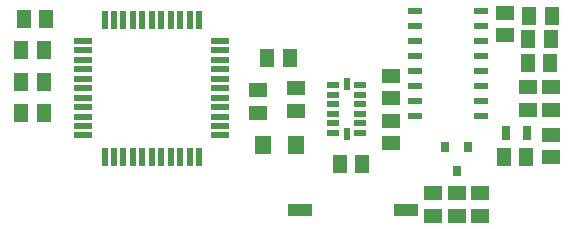
<source format=gtp>
G75*
%MOIN*%
%OFA0B0*%
%FSLAX25Y25*%
%IPPOS*%
%LPD*%
%AMOC8*
5,1,8,0,0,1.08239X$1,22.5*
%
%ADD10R,0.05118X0.05906*%
%ADD11R,0.05906X0.05118*%
%ADD12R,0.05512X0.06299*%
%ADD13R,0.01969X0.05906*%
%ADD14R,0.05906X0.01969*%
%ADD15R,0.04424X0.01969*%
%ADD16R,0.01969X0.04424*%
%ADD17R,0.07900X0.04300*%
%ADD18R,0.04724X0.02362*%
%ADD19R,0.03150X0.03543*%
%ADD20R,0.03150X0.04724*%
D10*
X0039122Y0050968D03*
X0046602Y0050968D03*
X0046594Y0061187D03*
X0039114Y0061187D03*
X0039114Y0072111D03*
X0046594Y0072111D03*
X0047396Y0082430D03*
X0039915Y0082430D03*
X0121104Y0069306D03*
X0128585Y0069306D03*
X0199990Y0036143D03*
X0207470Y0036143D03*
X0152741Y0034040D03*
X0145261Y0034040D03*
X0208002Y0067628D03*
X0215482Y0067628D03*
X0215575Y0075761D03*
X0208094Y0075761D03*
X0208440Y0083422D03*
X0215920Y0083422D03*
D11*
X0200280Y0084362D03*
X0200280Y0076882D03*
X0162480Y0063362D03*
X0162480Y0055882D03*
X0162325Y0048430D03*
X0162325Y0040949D03*
X0130649Y0051715D03*
X0118039Y0051052D03*
X0118039Y0058533D03*
X0130649Y0059196D03*
X0207849Y0059468D03*
X0215812Y0059556D03*
X0215812Y0052075D03*
X0207849Y0051988D03*
X0215680Y0043762D03*
X0215680Y0036282D03*
X0191880Y0024162D03*
X0184180Y0024162D03*
X0176480Y0024162D03*
X0176480Y0016682D03*
X0184180Y0016682D03*
X0191880Y0016682D03*
D12*
X0130793Y0040399D03*
X0119770Y0040399D03*
D13*
X0066834Y0036393D03*
X0069984Y0036393D03*
X0073133Y0036393D03*
X0076283Y0036393D03*
X0079432Y0036393D03*
X0082582Y0036393D03*
X0085732Y0036393D03*
X0088881Y0036393D03*
X0092031Y0036393D03*
X0095180Y0036393D03*
X0098330Y0036393D03*
X0098330Y0082062D03*
X0095180Y0082062D03*
X0092031Y0082062D03*
X0088881Y0082062D03*
X0085732Y0082062D03*
X0082582Y0082062D03*
X0079432Y0082062D03*
X0076283Y0082062D03*
X0073133Y0082062D03*
X0069984Y0082062D03*
X0066834Y0082062D03*
D14*
X0059747Y0074976D03*
X0059747Y0071826D03*
X0059747Y0068677D03*
X0059747Y0065527D03*
X0059747Y0062377D03*
X0059747Y0059228D03*
X0059747Y0056078D03*
X0059747Y0052929D03*
X0059747Y0049779D03*
X0059747Y0046629D03*
X0059747Y0043480D03*
X0105417Y0043480D03*
X0105417Y0046629D03*
X0105417Y0049779D03*
X0105417Y0052929D03*
X0105417Y0056078D03*
X0105417Y0059228D03*
X0105417Y0062377D03*
X0105417Y0065527D03*
X0105417Y0068677D03*
X0105417Y0071826D03*
X0105417Y0074976D03*
D15*
X0143060Y0060195D03*
X0143060Y0057045D03*
X0143060Y0053895D03*
X0143060Y0050746D03*
X0143060Y0047596D03*
X0143060Y0044447D03*
X0151991Y0044447D03*
X0152021Y0047596D03*
X0152021Y0050746D03*
X0152021Y0053895D03*
X0152021Y0057045D03*
X0152021Y0060195D03*
D16*
X0147540Y0060588D03*
X0147540Y0044053D03*
D17*
X0131988Y0018551D03*
X0167388Y0018551D03*
D18*
X0170356Y0049822D03*
X0170356Y0054822D03*
X0170356Y0059822D03*
X0170356Y0064822D03*
X0170356Y0069822D03*
X0170356Y0074822D03*
X0170356Y0079822D03*
X0170356Y0084822D03*
X0192404Y0084822D03*
X0192404Y0079822D03*
X0192404Y0074822D03*
X0192404Y0069822D03*
X0192404Y0064822D03*
X0192404Y0059822D03*
X0192404Y0054822D03*
X0192404Y0049822D03*
D19*
X0187920Y0039759D03*
X0180440Y0039759D03*
X0184180Y0031491D03*
D20*
X0200656Y0044178D03*
X0207743Y0044178D03*
M02*

</source>
